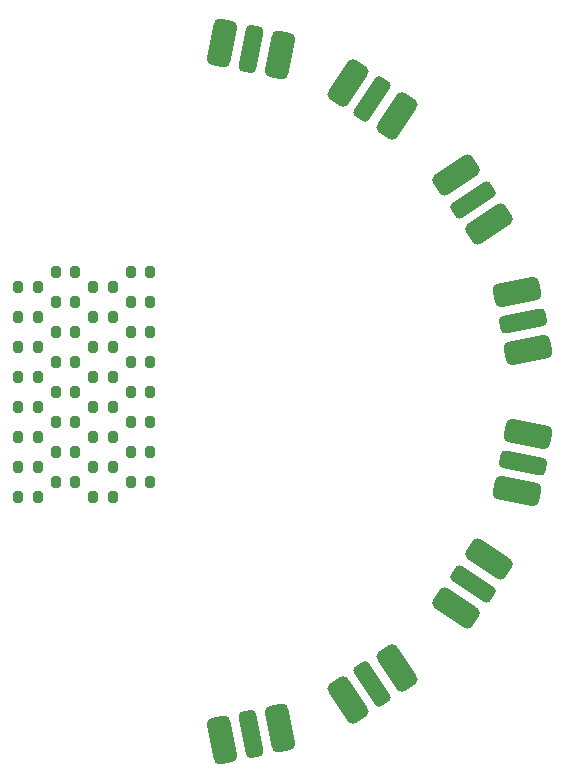
<source format=gbr>
%TF.GenerationSoftware,KiCad,Pcbnew,8.0.3*%
%TF.CreationDate,2024-07-20T13:21:27-05:00*%
%TF.ProjectId,tla_probe_sma_breakout,746c615f-7072-46f6-9265-5f736d615f62,rev?*%
%TF.SameCoordinates,Original*%
%TF.FileFunction,Paste,Top*%
%TF.FilePolarity,Positive*%
%FSLAX46Y46*%
G04 Gerber Fmt 4.6, Leading zero omitted, Abs format (unit mm)*
G04 Created by KiCad (PCBNEW 8.0.3) date 2024-07-20 13:21:27*
%MOMM*%
%LPD*%
G01*
G04 APERTURE LIST*
G04 Aperture macros list*
%AMRoundRect*
0 Rectangle with rounded corners*
0 $1 Rounding radius*
0 $2 $3 $4 $5 $6 $7 $8 $9 X,Y pos of 4 corners*
0 Add a 4 corners polygon primitive as box body*
4,1,4,$2,$3,$4,$5,$6,$7,$8,$9,$2,$3,0*
0 Add four circle primitives for the rounded corners*
1,1,$1+$1,$2,$3*
1,1,$1+$1,$4,$5*
1,1,$1+$1,$6,$7*
1,1,$1+$1,$8,$9*
0 Add four rect primitives between the rounded corners*
20,1,$1+$1,$2,$3,$4,$5,0*
20,1,$1+$1,$4,$5,$6,$7,0*
20,1,$1+$1,$6,$7,$8,$9,0*
20,1,$1+$1,$8,$9,$2,$3,0*%
G04 Aperture macros list end*
%ADD10RoundRect,0.200000X-0.200000X-0.275000X0.200000X-0.275000X0.200000X0.275000X-0.200000X0.275000X0*%
%ADD11RoundRect,0.375000X-0.684816X1.520617X-0.050773X-1.666935X0.684816X-1.520617X0.050773X1.666935X0*%
%ADD12RoundRect,0.500000X-0.783028X1.373633X-0.197757X-1.568723X0.783028X-1.373633X0.197757X1.568723X0*%
%ADD13RoundRect,0.375000X-1.214603X1.142799X0.591001X-1.559477X1.214603X-1.142799X-0.591001X1.559477X0*%
%ADD14RoundRect,0.500000X-1.249090X0.969419X0.417621X-1.524990X1.249090X-0.969419X-0.417621X1.524990X0*%
%ADD15RoundRect,0.375000X-1.559477X0.591001X1.142799X-1.214603X1.559477X-0.591001X-1.142799X1.214603X0*%
%ADD16RoundRect,0.500000X-1.524990X0.417621X0.969419X-1.249090X1.524990X-0.417621X-0.969419X1.249090X0*%
%ADD17RoundRect,0.375000X-1.666935X-0.050773X1.520617X-0.684816X1.666935X0.050773X-1.520617X0.684816X0*%
%ADD18RoundRect,0.500000X-1.568723X-0.197757X1.373633X-0.783028X1.568723X0.197757X-1.373633X0.783028X0*%
%ADD19RoundRect,0.375000X-1.520617X-0.684816X1.666935X-0.050773X1.520617X0.684816X-1.666935X0.050773X0*%
%ADD20RoundRect,0.500000X-1.373633X-0.783028X1.568723X-0.197757X1.373633X0.783028X-1.568723X0.197757X0*%
%ADD21RoundRect,0.500000X-0.969419X-1.249090X1.524990X0.417621X0.969419X1.249090X-1.524990X-0.417621X0*%
%ADD22RoundRect,0.375000X-1.142799X-1.214603X1.559477X0.591001X1.142799X1.214603X-1.559477X-0.591001X0*%
%ADD23RoundRect,0.500000X-0.417621X-1.524990X1.249090X0.969419X0.417621X1.524990X-1.249090X-0.969419X0*%
%ADD24RoundRect,0.375000X-0.591001X-1.559477X1.214603X1.142799X0.591001X1.559477X-1.214603X-1.142799X0*%
%ADD25RoundRect,0.500000X0.197757X-1.568723X0.783028X1.373633X-0.197757X1.568723X-0.783028X-1.373633X0*%
%ADD26RoundRect,0.375000X0.050773X-1.666935X0.684816X1.520617X-0.050773X1.666935X-0.684816X-1.520617X0*%
G04 APERTURE END LIST*
D10*
%TO.C,R32*%
X126810000Y-73660000D03*
X128460000Y-73660000D03*
%TD*%
%TO.C,R31*%
X126810000Y-71120000D03*
X128460000Y-71120000D03*
%TD*%
%TO.C,R30*%
X126810000Y-68580000D03*
X128460000Y-68580000D03*
%TD*%
%TO.C,R29*%
X126810000Y-66040000D03*
X128460000Y-66040000D03*
%TD*%
%TO.C,R28*%
X126810000Y-63500000D03*
X128460000Y-63500000D03*
%TD*%
%TO.C,R27*%
X126810000Y-60960000D03*
X128460000Y-60960000D03*
%TD*%
%TO.C,R26*%
X126810000Y-58420000D03*
X128460000Y-58420000D03*
%TD*%
%TO.C,R25*%
X126810000Y-55880000D03*
X128460000Y-55880000D03*
%TD*%
%TO.C,R16*%
X120460000Y-73660000D03*
X122110000Y-73660000D03*
%TD*%
%TO.C,R15*%
X120460000Y-71120000D03*
X122110000Y-71120000D03*
%TD*%
%TO.C,R14*%
X120460000Y-68580000D03*
X122110000Y-68580000D03*
%TD*%
%TO.C,R13*%
X120460000Y-66040000D03*
X122110000Y-66040000D03*
%TD*%
%TO.C,R12*%
X120460000Y-63500000D03*
X122110000Y-63500000D03*
%TD*%
%TO.C,R11*%
X120460000Y-60960000D03*
X122110000Y-60960000D03*
%TD*%
%TO.C,R10*%
X120460000Y-58420000D03*
X122110000Y-58420000D03*
%TD*%
%TO.C,R24*%
X125285000Y-74930000D03*
X123635000Y-74930000D03*
%TD*%
%TO.C,R23*%
X125285000Y-72390000D03*
X123635000Y-72390000D03*
%TD*%
%TO.C,R22*%
X125285000Y-69850000D03*
X123635000Y-69850000D03*
%TD*%
%TO.C,R21*%
X125285000Y-67310000D03*
X123635000Y-67310000D03*
%TD*%
%TO.C,R20*%
X125285000Y-64770000D03*
X123635000Y-64770000D03*
%TD*%
%TO.C,R19*%
X125285000Y-62230000D03*
X123635000Y-62230000D03*
%TD*%
%TO.C,R18*%
X125285000Y-59690000D03*
X123635000Y-59690000D03*
%TD*%
%TO.C,R8*%
X118935000Y-74930000D03*
X117285000Y-74930000D03*
%TD*%
%TO.C,R7*%
X118935000Y-72390000D03*
X117285000Y-72390000D03*
%TD*%
%TO.C,R6*%
X118935000Y-69850000D03*
X117285000Y-69850000D03*
%TD*%
%TO.C,R5*%
X118935000Y-67310000D03*
X117285000Y-67310000D03*
%TD*%
%TO.C,R4*%
X118935000Y-64770000D03*
X117285000Y-64770000D03*
%TD*%
%TO.C,R3*%
X118935000Y-62230000D03*
X117285000Y-62230000D03*
%TD*%
%TO.C,R2*%
X118935000Y-59690000D03*
X117285000Y-59690000D03*
%TD*%
%TO.C,R9*%
X122110000Y-55880000D03*
X120460000Y-55880000D03*
%TD*%
%TO.C,R17*%
X125285000Y-57150000D03*
X123635000Y-57150000D03*
%TD*%
%TO.C,R1*%
X118935000Y-57150000D03*
X117285000Y-57150000D03*
%TD*%
D11*
%TO.C,J3*%
X137000000Y-95000000D03*
D12*
X139451963Y-94512274D03*
X134548037Y-95487726D03*
%TD*%
D13*
%TO.C,J5*%
X147250000Y-90750000D03*
D14*
X149328674Y-89361074D03*
X145171326Y-92138926D03*
%TD*%
D15*
%TO.C,J7*%
X155750000Y-82250000D03*
D16*
X157138926Y-80171326D03*
X154361074Y-84328674D03*
%TD*%
D17*
%TO.C,J9*%
X160000000Y-72000000D03*
D18*
X160487726Y-69548037D03*
X159512274Y-74451963D03*
%TD*%
D19*
%TO.C,J8*%
X160000000Y-60000000D03*
D20*
X159512274Y-57548037D03*
X160487726Y-62451963D03*
%TD*%
D21*
%TO.C,J6*%
X157138926Y-51828674D03*
X154361074Y-47671326D03*
D22*
X155750000Y-49750000D03*
%TD*%
D23*
%TO.C,J4*%
X149328674Y-42638926D03*
X145171326Y-39861074D03*
D24*
X147250000Y-41250000D03*
%TD*%
D25*
%TO.C,J2*%
X139451963Y-37487726D03*
X134548037Y-36512274D03*
D26*
X137000000Y-37000000D03*
%TD*%
M02*

</source>
